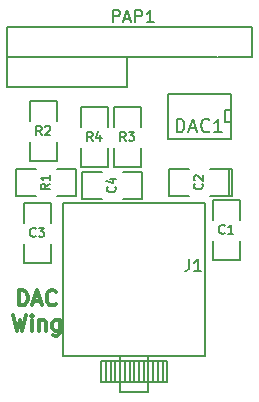
<source format=gto>
G04 (created by PCBNEW (2013-07-07 BZR 4022)-stable) date 07/07/2014 09:14:03*
%MOIN*%
G04 Gerber Fmt 3.4, Leading zero omitted, Abs format*
%FSLAX34Y34*%
G01*
G70*
G90*
G04 APERTURE LIST*
%ADD10C,0.00590551*%
%ADD11C,0.011811*%
%ADD12C,0.005*%
%ADD13C,0.006*%
%ADD14C,0.007*%
G04 APERTURE END LIST*
G54D10*
G54D11*
X19390Y-15807D02*
X19390Y-15295D01*
X19512Y-15295D01*
X19585Y-15319D01*
X19634Y-15368D01*
X19658Y-15417D01*
X19683Y-15514D01*
X19683Y-15587D01*
X19658Y-15685D01*
X19634Y-15734D01*
X19585Y-15782D01*
X19512Y-15807D01*
X19390Y-15807D01*
X19878Y-15660D02*
X20121Y-15660D01*
X19829Y-15807D02*
X20000Y-15295D01*
X20170Y-15807D01*
X20633Y-15758D02*
X20609Y-15782D01*
X20536Y-15807D01*
X20487Y-15807D01*
X20414Y-15782D01*
X20365Y-15734D01*
X20341Y-15685D01*
X20316Y-15587D01*
X20316Y-15514D01*
X20341Y-15417D01*
X20365Y-15368D01*
X20414Y-15319D01*
X20487Y-15295D01*
X20536Y-15295D01*
X20609Y-15319D01*
X20633Y-15344D01*
X19195Y-16129D02*
X19317Y-16641D01*
X19415Y-16276D01*
X19512Y-16641D01*
X19634Y-16129D01*
X19829Y-16641D02*
X19829Y-16300D01*
X19829Y-16129D02*
X19805Y-16154D01*
X19829Y-16178D01*
X19853Y-16154D01*
X19829Y-16129D01*
X19829Y-16178D01*
X20073Y-16300D02*
X20073Y-16641D01*
X20073Y-16349D02*
X20097Y-16324D01*
X20146Y-16300D01*
X20219Y-16300D01*
X20268Y-16324D01*
X20292Y-16373D01*
X20292Y-16641D01*
X20755Y-16300D02*
X20755Y-16714D01*
X20731Y-16763D01*
X20706Y-16788D01*
X20658Y-16812D01*
X20584Y-16812D01*
X20536Y-16788D01*
X20755Y-16617D02*
X20706Y-16641D01*
X20609Y-16641D01*
X20560Y-16617D01*
X20536Y-16593D01*
X20511Y-16544D01*
X20511Y-16398D01*
X20536Y-16349D01*
X20560Y-16324D01*
X20609Y-16300D01*
X20706Y-16300D01*
X20755Y-16324D01*
G54D12*
X26450Y-8800D02*
X26450Y-8750D01*
X26450Y-8750D02*
X24350Y-8750D01*
X24350Y-10250D02*
X26450Y-10250D01*
X26450Y-10250D02*
X26450Y-8800D01*
X26450Y-9700D02*
X26250Y-9700D01*
X26250Y-9700D02*
X26250Y-9300D01*
X26250Y-9300D02*
X26450Y-9300D01*
X24350Y-10250D02*
X24350Y-8750D01*
X26400Y-12150D02*
X26500Y-12150D01*
X26500Y-12150D02*
X26500Y-11250D01*
X26500Y-11250D02*
X26400Y-11250D01*
X26400Y-12150D02*
X26400Y-11250D01*
X26400Y-11250D02*
X25750Y-11250D01*
X25050Y-12150D02*
X24400Y-12150D01*
X24400Y-12150D02*
X24400Y-11250D01*
X24400Y-11250D02*
X25050Y-11250D01*
X25750Y-12150D02*
X26400Y-12150D01*
X20650Y-9000D02*
X19750Y-9000D01*
X19750Y-9000D02*
X19750Y-9650D01*
X20650Y-10350D02*
X20650Y-11000D01*
X20650Y-11000D02*
X19750Y-11000D01*
X19750Y-11000D02*
X19750Y-10350D01*
X20650Y-9650D02*
X20650Y-9000D01*
X19300Y-11250D02*
X19300Y-12150D01*
X19300Y-12150D02*
X19950Y-12150D01*
X20650Y-11250D02*
X21300Y-11250D01*
X21300Y-11250D02*
X21300Y-12150D01*
X21300Y-12150D02*
X20650Y-12150D01*
X19950Y-11250D02*
X19300Y-11250D01*
X20450Y-12400D02*
X19550Y-12400D01*
X19550Y-12400D02*
X19550Y-13050D01*
X20450Y-13750D02*
X20450Y-14400D01*
X20450Y-14400D02*
X19550Y-14400D01*
X19550Y-14400D02*
X19550Y-13750D01*
X20450Y-13050D02*
X20450Y-12400D01*
X21450Y-11200D02*
X22350Y-11200D01*
X22350Y-11200D02*
X22350Y-10550D01*
X21450Y-9850D02*
X21450Y-9200D01*
X21450Y-9200D02*
X22350Y-9200D01*
X22350Y-9200D02*
X22350Y-9850D01*
X21450Y-10550D02*
X21450Y-11200D01*
X23450Y-9200D02*
X22550Y-9200D01*
X22550Y-9200D02*
X22550Y-9850D01*
X23450Y-10550D02*
X23450Y-11200D01*
X23450Y-11200D02*
X22550Y-11200D01*
X22550Y-11200D02*
X22550Y-10550D01*
X23450Y-9850D02*
X23450Y-9200D01*
X23500Y-12250D02*
X23500Y-11350D01*
X23500Y-11350D02*
X22850Y-11350D01*
X22150Y-12250D02*
X21500Y-12250D01*
X21500Y-12250D02*
X21500Y-11350D01*
X21500Y-11350D02*
X22150Y-11350D01*
X22850Y-12250D02*
X23500Y-12250D01*
X26750Y-12300D02*
X25850Y-12300D01*
X25850Y-12300D02*
X25850Y-12950D01*
X26750Y-13650D02*
X26750Y-14300D01*
X26750Y-14300D02*
X25850Y-14300D01*
X25850Y-14300D02*
X25850Y-13650D01*
X26750Y-12950D02*
X26750Y-12300D01*
G54D10*
X27175Y-6525D02*
X19000Y-6525D01*
X26025Y-7525D02*
X27175Y-7525D01*
X27175Y-7525D02*
X27175Y-6525D01*
X23000Y-7525D02*
X19000Y-7525D01*
X19000Y-6525D02*
X19000Y-8525D01*
X19000Y-8525D02*
X23000Y-8525D01*
X23000Y-8525D02*
X23000Y-7525D01*
X23000Y-7525D02*
X26000Y-7525D01*
X24187Y-17651D02*
X24187Y-18360D01*
X24029Y-17651D02*
X24029Y-18360D01*
X23872Y-17651D02*
X23872Y-18360D01*
X23557Y-17651D02*
X23557Y-18360D01*
X23400Y-17651D02*
X23400Y-18360D01*
X23242Y-17651D02*
X23242Y-18360D01*
X23085Y-17651D02*
X23085Y-18360D01*
X22927Y-17651D02*
X22927Y-18360D01*
X22612Y-17651D02*
X22612Y-18360D01*
X22455Y-17651D02*
X22455Y-18360D01*
X22297Y-17651D02*
X22297Y-18360D01*
X22140Y-17651D02*
X22140Y-18360D01*
X22140Y-18360D02*
X24266Y-18360D01*
X24266Y-18360D02*
X24344Y-18360D01*
X24344Y-18360D02*
X24344Y-17651D01*
X24344Y-17651D02*
X22140Y-17651D01*
X22770Y-17888D02*
X22770Y-18675D01*
X22770Y-18675D02*
X23714Y-18675D01*
X23714Y-18675D02*
X23714Y-17888D01*
X22770Y-17494D02*
X20880Y-17494D01*
X20880Y-17494D02*
X20880Y-12376D01*
X20880Y-12376D02*
X25604Y-12376D01*
X25604Y-12376D02*
X25604Y-17494D01*
X25604Y-17494D02*
X23714Y-17494D01*
X22770Y-17494D02*
X23714Y-17494D01*
X23714Y-17494D02*
X23714Y-17888D01*
X22770Y-17888D02*
X22770Y-17494D01*
G54D13*
X24650Y-10032D02*
X24650Y-9582D01*
X24757Y-9582D01*
X24821Y-9603D01*
X24864Y-9646D01*
X24885Y-9689D01*
X24907Y-9775D01*
X24907Y-9839D01*
X24885Y-9925D01*
X24864Y-9967D01*
X24821Y-10010D01*
X24757Y-10032D01*
X24650Y-10032D01*
X25078Y-9903D02*
X25292Y-9903D01*
X25035Y-10032D02*
X25185Y-9582D01*
X25335Y-10032D01*
X25742Y-9989D02*
X25721Y-10010D01*
X25657Y-10032D01*
X25614Y-10032D01*
X25550Y-10010D01*
X25507Y-9967D01*
X25485Y-9925D01*
X25464Y-9839D01*
X25464Y-9775D01*
X25485Y-9689D01*
X25507Y-9646D01*
X25550Y-9603D01*
X25614Y-9582D01*
X25657Y-9582D01*
X25721Y-9603D01*
X25742Y-9625D01*
X26171Y-10032D02*
X25914Y-10032D01*
X26042Y-10032D02*
X26042Y-9582D01*
X26000Y-9646D01*
X25957Y-9689D01*
X25914Y-9710D01*
G54D12*
X25492Y-11750D02*
X25507Y-11764D01*
X25521Y-11807D01*
X25521Y-11835D01*
X25507Y-11878D01*
X25478Y-11907D01*
X25450Y-11921D01*
X25392Y-11935D01*
X25350Y-11935D01*
X25292Y-11921D01*
X25264Y-11907D01*
X25235Y-11878D01*
X25221Y-11835D01*
X25221Y-11807D01*
X25235Y-11764D01*
X25250Y-11750D01*
X25250Y-11635D02*
X25235Y-11621D01*
X25221Y-11592D01*
X25221Y-11521D01*
X25235Y-11492D01*
X25250Y-11478D01*
X25278Y-11464D01*
X25307Y-11464D01*
X25350Y-11478D01*
X25521Y-11650D01*
X25521Y-11464D01*
X20150Y-10121D02*
X20050Y-9978D01*
X19978Y-10121D02*
X19978Y-9821D01*
X20092Y-9821D01*
X20121Y-9835D01*
X20135Y-9850D01*
X20150Y-9878D01*
X20150Y-9921D01*
X20135Y-9950D01*
X20121Y-9964D01*
X20092Y-9978D01*
X19978Y-9978D01*
X20264Y-9850D02*
X20278Y-9835D01*
X20307Y-9821D01*
X20378Y-9821D01*
X20407Y-9835D01*
X20421Y-9850D01*
X20435Y-9878D01*
X20435Y-9907D01*
X20421Y-9950D01*
X20250Y-10121D01*
X20435Y-10121D01*
X20421Y-11750D02*
X20278Y-11850D01*
X20421Y-11921D02*
X20121Y-11921D01*
X20121Y-11807D01*
X20135Y-11778D01*
X20150Y-11764D01*
X20178Y-11750D01*
X20221Y-11750D01*
X20250Y-11764D01*
X20264Y-11778D01*
X20278Y-11807D01*
X20278Y-11921D01*
X20421Y-11464D02*
X20421Y-11635D01*
X20421Y-11550D02*
X20121Y-11550D01*
X20164Y-11578D01*
X20192Y-11607D01*
X20207Y-11635D01*
X19950Y-13492D02*
X19935Y-13507D01*
X19892Y-13521D01*
X19864Y-13521D01*
X19821Y-13507D01*
X19792Y-13478D01*
X19778Y-13450D01*
X19764Y-13392D01*
X19764Y-13350D01*
X19778Y-13292D01*
X19792Y-13264D01*
X19821Y-13235D01*
X19864Y-13221D01*
X19892Y-13221D01*
X19935Y-13235D01*
X19950Y-13250D01*
X20050Y-13221D02*
X20235Y-13221D01*
X20135Y-13335D01*
X20178Y-13335D01*
X20207Y-13350D01*
X20221Y-13364D01*
X20235Y-13392D01*
X20235Y-13464D01*
X20221Y-13492D01*
X20207Y-13507D01*
X20178Y-13521D01*
X20092Y-13521D01*
X20064Y-13507D01*
X20050Y-13492D01*
X21850Y-10321D02*
X21750Y-10178D01*
X21678Y-10321D02*
X21678Y-10021D01*
X21792Y-10021D01*
X21821Y-10035D01*
X21835Y-10050D01*
X21850Y-10078D01*
X21850Y-10121D01*
X21835Y-10150D01*
X21821Y-10164D01*
X21792Y-10178D01*
X21678Y-10178D01*
X22107Y-10121D02*
X22107Y-10321D01*
X22035Y-10007D02*
X21964Y-10221D01*
X22150Y-10221D01*
X22950Y-10321D02*
X22850Y-10178D01*
X22778Y-10321D02*
X22778Y-10021D01*
X22892Y-10021D01*
X22921Y-10035D01*
X22935Y-10050D01*
X22950Y-10078D01*
X22950Y-10121D01*
X22935Y-10150D01*
X22921Y-10164D01*
X22892Y-10178D01*
X22778Y-10178D01*
X23050Y-10021D02*
X23235Y-10021D01*
X23135Y-10135D01*
X23178Y-10135D01*
X23207Y-10150D01*
X23221Y-10164D01*
X23235Y-10192D01*
X23235Y-10264D01*
X23221Y-10292D01*
X23207Y-10307D01*
X23178Y-10321D01*
X23092Y-10321D01*
X23064Y-10307D01*
X23050Y-10292D01*
X22592Y-11850D02*
X22607Y-11864D01*
X22621Y-11907D01*
X22621Y-11935D01*
X22607Y-11978D01*
X22578Y-12007D01*
X22550Y-12021D01*
X22492Y-12035D01*
X22450Y-12035D01*
X22392Y-12021D01*
X22364Y-12007D01*
X22335Y-11978D01*
X22321Y-11935D01*
X22321Y-11907D01*
X22335Y-11864D01*
X22350Y-11850D01*
X22421Y-11592D02*
X22621Y-11592D01*
X22307Y-11664D02*
X22521Y-11735D01*
X22521Y-11550D01*
X26250Y-13392D02*
X26235Y-13407D01*
X26192Y-13421D01*
X26164Y-13421D01*
X26121Y-13407D01*
X26092Y-13378D01*
X26078Y-13350D01*
X26064Y-13292D01*
X26064Y-13250D01*
X26078Y-13192D01*
X26092Y-13164D01*
X26121Y-13135D01*
X26164Y-13121D01*
X26192Y-13121D01*
X26235Y-13135D01*
X26250Y-13150D01*
X26535Y-13421D02*
X26364Y-13421D01*
X26450Y-13421D02*
X26450Y-13121D01*
X26421Y-13164D01*
X26392Y-13192D01*
X26364Y-13207D01*
G54D14*
X22533Y-6361D02*
X22533Y-5961D01*
X22685Y-5961D01*
X22723Y-5980D01*
X22742Y-6000D01*
X22761Y-6038D01*
X22761Y-6095D01*
X22742Y-6133D01*
X22723Y-6152D01*
X22685Y-6171D01*
X22533Y-6171D01*
X22914Y-6247D02*
X23104Y-6247D01*
X22876Y-6361D02*
X23009Y-5961D01*
X23142Y-6361D01*
X23276Y-6361D02*
X23276Y-5961D01*
X23428Y-5961D01*
X23466Y-5980D01*
X23485Y-6000D01*
X23504Y-6038D01*
X23504Y-6095D01*
X23485Y-6133D01*
X23466Y-6152D01*
X23428Y-6171D01*
X23276Y-6171D01*
X23885Y-6361D02*
X23657Y-6361D01*
X23771Y-6361D02*
X23771Y-5961D01*
X23733Y-6019D01*
X23695Y-6057D01*
X23657Y-6076D01*
G54D10*
X25068Y-14265D02*
X25068Y-14546D01*
X25050Y-14603D01*
X25012Y-14640D01*
X24956Y-14659D01*
X24918Y-14659D01*
X25462Y-14659D02*
X25237Y-14659D01*
X25349Y-14659D02*
X25349Y-14265D01*
X25312Y-14321D01*
X25274Y-14359D01*
X25237Y-14378D01*
M02*

</source>
